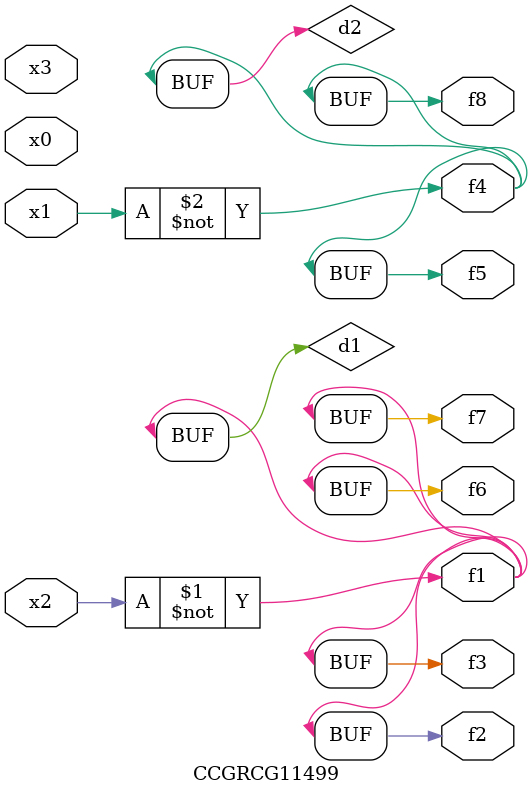
<source format=v>
module CCGRCG11499(
	input x0, x1, x2, x3,
	output f1, f2, f3, f4, f5, f6, f7, f8
);

	wire d1, d2;

	xnor (d1, x2);
	not (d2, x1);
	assign f1 = d1;
	assign f2 = d1;
	assign f3 = d1;
	assign f4 = d2;
	assign f5 = d2;
	assign f6 = d1;
	assign f7 = d1;
	assign f8 = d2;
endmodule

</source>
